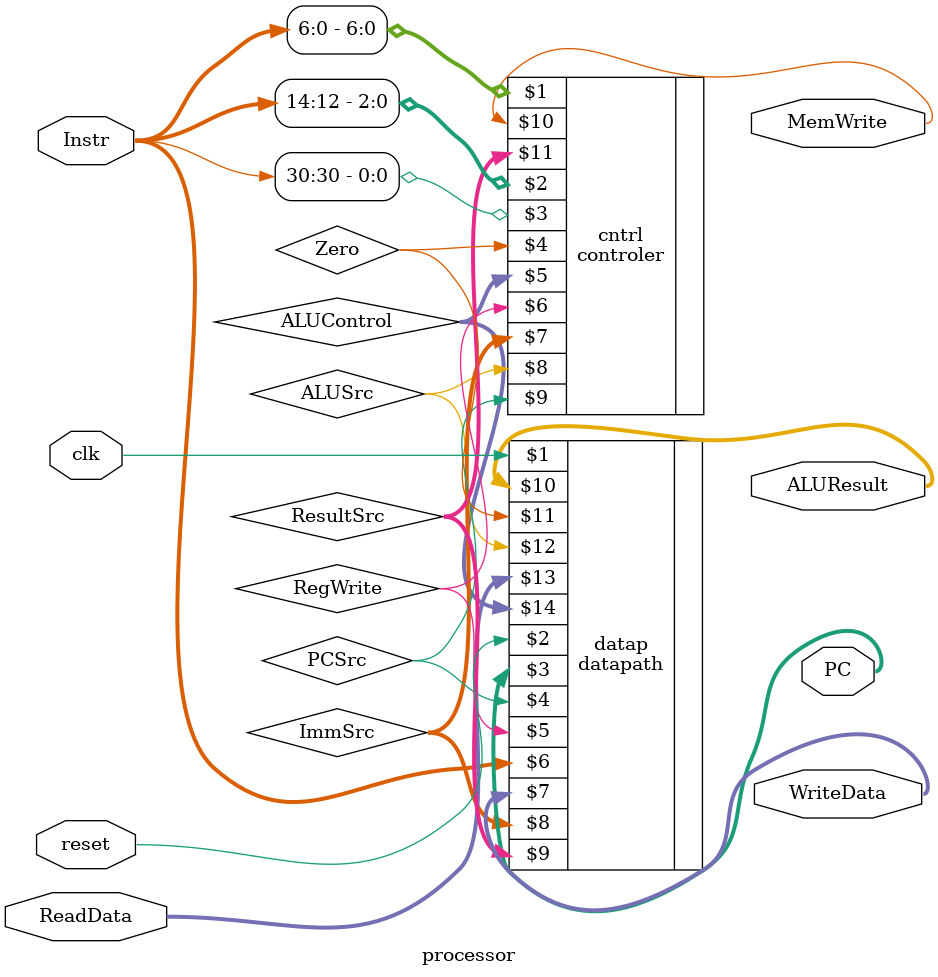
<source format=v>
`timescale 1ns / 1ps


module processor(
    input wire clk, reset,
    output wire[31:0] PC,
    input wire [31:0] Instr, 
    output wire[31:0] WriteData,
    output wire[31:0] ALUResult,
    input wire[31:0] ReadData,
    output wire MemWrite
    );

wire PCSrc, RegWrite;
wire[1:0] ImmSrc, ResultSrc;
wire Zero;
wire ALUSrc;
wire[2:0] ALUControl ;
 
controler cntrl(Instr[6:0], Instr[14:12], Instr[30], Zero, ALUControl, RegWrite, ImmSrc, ALUSrc, PCSrc, MemWrite, ResultSrc );       
datapath datap(clk, reset, PC, PCSrc, RegWrite, Instr, WriteData, ImmSrc, ResultSrc, ALUResult, Zero, ALUSrc, ReadData, ALUControl);

endmodule

</source>
